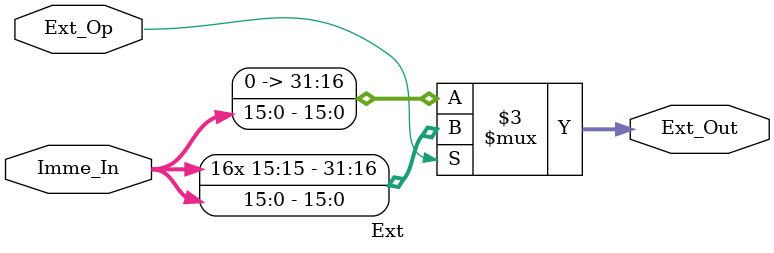
<source format=v>
`timescale 1ns / 1ps
module Ext(
    input [15:0] Imme_In,
    output reg [31:0] Ext_Out,
    input Ext_Op
    );
	 
	 always @(*) begin
		if(Ext_Op)
			Ext_Out = $signed(Imme_In);
		else
			Ext_Out = Imme_In;
	 end

endmodule

</source>
